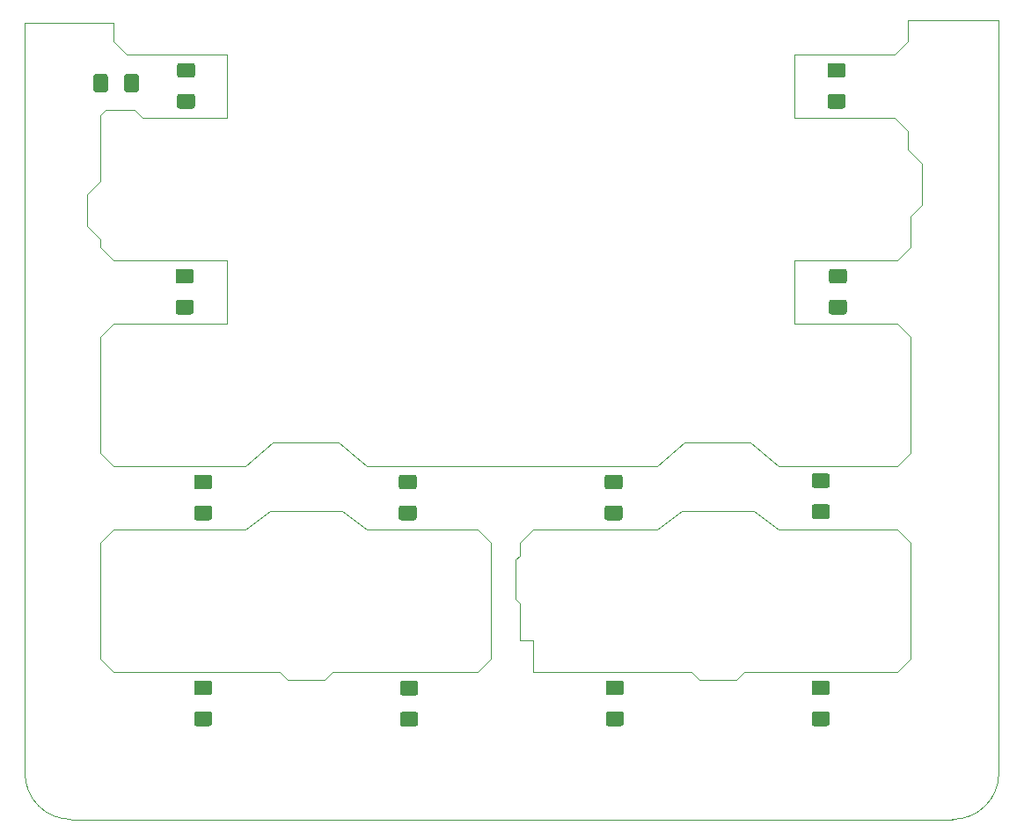
<source format=gbr>
G04 #@! TF.GenerationSoftware,KiCad,Pcbnew,(5.1.6)-1*
G04 #@! TF.CreationDate,2020-07-03T23:32:41-07:00*
G04 #@! TF.ProjectId,daughter,64617567-6874-4657-922e-6b696361645f,rev?*
G04 #@! TF.SameCoordinates,Original*
G04 #@! TF.FileFunction,Paste,Bot*
G04 #@! TF.FilePolarity,Positive*
%FSLAX46Y46*%
G04 Gerber Fmt 4.6, Leading zero omitted, Abs format (unit mm)*
G04 Created by KiCad (PCBNEW (5.1.6)-1) date 2020-07-03 23:32:41*
%MOMM*%
%LPD*%
G01*
G04 APERTURE LIST*
G04 #@! TA.AperFunction,Profile*
%ADD10C,0.050000*%
G04 #@! TD*
G04 #@! TA.AperFunction,Profile*
%ADD11C,0.120000*%
G04 #@! TD*
G04 APERTURE END LIST*
D10*
X167005000Y-81851500D02*
X173355000Y-81851500D01*
X176022000Y-84074000D02*
X173355000Y-81851500D01*
X164338000Y-84074000D02*
X167005000Y-81851500D01*
X173672500Y-88455500D02*
X166687500Y-88455500D01*
X176022000Y-90170000D02*
X173672500Y-88455500D01*
X164338000Y-90170000D02*
X166687500Y-88455500D01*
X127381000Y-81851500D02*
X133731000Y-81851500D01*
X134048500Y-88455500D02*
X127063500Y-88455500D01*
X136398000Y-90170000D02*
X134048500Y-88455500D01*
X136398000Y-84074000D02*
X133731000Y-81851500D01*
X124714000Y-84074000D02*
X127381000Y-81851500D01*
X124714000Y-90170000D02*
X127063500Y-88455500D01*
X107950000Y-118110000D02*
X192786000Y-118110000D01*
X197231000Y-41148000D02*
X196596000Y-41148000D01*
X197231000Y-113665000D02*
X197231000Y-41148000D01*
X103505000Y-41402000D02*
X104140000Y-41402000D01*
X103505000Y-113665000D02*
X103505000Y-41402000D01*
D11*
X107950000Y-118110000D02*
G75*
G02*
X103505000Y-113665000I0J4445000D01*
G01*
X197231000Y-113665000D02*
G75*
G02*
X192786000Y-118110000I-4445000J0D01*
G01*
D10*
X188468000Y-41148000D02*
X196596000Y-41148000D01*
X188468000Y-43180000D02*
X188468000Y-41148000D01*
X187198000Y-44450000D02*
X188468000Y-43180000D01*
X177546000Y-44450000D02*
X187198000Y-44450000D01*
X177546000Y-50546000D02*
X177546000Y-44450000D01*
X187198000Y-50546000D02*
X177546000Y-50546000D01*
X188468000Y-51816000D02*
X187198000Y-50546000D01*
X188468000Y-53594000D02*
X188468000Y-51816000D01*
X189865000Y-54991000D02*
X188468000Y-53594000D01*
X189865000Y-58928000D02*
X189865000Y-54991000D01*
X188722000Y-60071000D02*
X189865000Y-58928000D01*
X188722000Y-62992000D02*
X188722000Y-60071000D01*
X187452000Y-64262000D02*
X188722000Y-62992000D01*
X177546000Y-64262000D02*
X187452000Y-64262000D01*
X177546000Y-70358000D02*
X177546000Y-64262000D01*
X187452000Y-70358000D02*
X177546000Y-70358000D01*
X188722000Y-71628000D02*
X187452000Y-70358000D01*
X188722000Y-82804000D02*
X188722000Y-71628000D01*
X187452000Y-84074000D02*
X188722000Y-82804000D01*
X176022000Y-84074000D02*
X187452000Y-84074000D01*
X187452000Y-90170000D02*
X176022000Y-90170000D01*
X188722000Y-91440000D02*
X187452000Y-90170000D01*
X188722000Y-102616000D02*
X188722000Y-91440000D01*
X187452000Y-103886000D02*
X188722000Y-102616000D01*
X172720000Y-103886000D02*
X187452000Y-103886000D01*
X171958000Y-104648000D02*
X172720000Y-103886000D01*
X168402000Y-104648000D02*
X171958000Y-104648000D01*
X167640000Y-103886000D02*
X168402000Y-104648000D01*
X152400000Y-103886000D02*
X167640000Y-103886000D01*
X152400000Y-100838000D02*
X152400000Y-103886000D01*
X151130000Y-100838000D02*
X152400000Y-100838000D01*
X151130000Y-97282000D02*
X151130000Y-100838000D01*
X150749000Y-96901000D02*
X151130000Y-97282000D01*
X150749000Y-93091000D02*
X150749000Y-96901000D01*
X151130000Y-92710000D02*
X150749000Y-93091000D01*
X151130000Y-91440000D02*
X151130000Y-92710000D01*
X152400000Y-90170000D02*
X151130000Y-91440000D01*
X164338000Y-90170000D02*
X152400000Y-90170000D01*
X136398000Y-84074000D02*
X164338000Y-84074000D01*
X147066000Y-90170000D02*
X136398000Y-90170000D01*
X148336000Y-91440000D02*
X147066000Y-90170000D01*
X148336000Y-102616000D02*
X148336000Y-91440000D01*
X147066000Y-103886000D02*
X148336000Y-102616000D01*
X133096000Y-103886000D02*
X147066000Y-103886000D01*
X132334000Y-104648000D02*
X133096000Y-103886000D01*
X128778000Y-104648000D02*
X132334000Y-104648000D01*
X128016000Y-103886000D02*
X128778000Y-104648000D01*
X112014000Y-103886000D02*
X128016000Y-103886000D01*
X110744000Y-102616000D02*
X112014000Y-103886000D01*
X110744000Y-91440000D02*
X110744000Y-102616000D01*
X112014000Y-90170000D02*
X110744000Y-91440000D01*
X124714000Y-90170000D02*
X112014000Y-90170000D01*
X112014000Y-84074000D02*
X124714000Y-84074000D01*
X110744000Y-82804000D02*
X112014000Y-84074000D01*
X110744000Y-71628000D02*
X110744000Y-82804000D01*
X112014000Y-70358000D02*
X110744000Y-71628000D01*
X122936000Y-70358000D02*
X112014000Y-70358000D01*
X122936000Y-64262000D02*
X122936000Y-70358000D01*
X112014000Y-64262000D02*
X122936000Y-64262000D01*
X110744000Y-62992000D02*
X112014000Y-64262000D01*
X110744000Y-62230000D02*
X110744000Y-62992000D01*
X109474000Y-60960000D02*
X110744000Y-62230000D01*
X109474000Y-57912000D02*
X109474000Y-60960000D01*
X110744000Y-56642000D02*
X109474000Y-57912000D01*
X110744000Y-50292000D02*
X110744000Y-56642000D01*
X111252000Y-49784000D02*
X110744000Y-50292000D01*
X114046000Y-49784000D02*
X111252000Y-49784000D01*
X114808000Y-50546000D02*
X114046000Y-49784000D01*
X122936000Y-50546000D02*
X114808000Y-50546000D01*
X122936000Y-44450000D02*
X122936000Y-50546000D01*
X113284000Y-44450000D02*
X122936000Y-44450000D01*
X112014000Y-43180000D02*
X113284000Y-44450000D01*
X112014000Y-41402000D02*
X112014000Y-43180000D01*
X104140000Y-41402000D02*
X112014000Y-41402000D01*
G36*
G01*
X114468000Y-46619000D02*
X114468000Y-47869000D01*
G75*
G02*
X114218000Y-48119000I-250000J0D01*
G01*
X113293000Y-48119000D01*
G75*
G02*
X113043000Y-47869000I0J250000D01*
G01*
X113043000Y-46619000D01*
G75*
G02*
X113293000Y-46369000I250000J0D01*
G01*
X114218000Y-46369000D01*
G75*
G02*
X114468000Y-46619000I0J-250000D01*
G01*
G37*
G36*
G01*
X111493000Y-46619000D02*
X111493000Y-47869000D01*
G75*
G02*
X111243000Y-48119000I-250000J0D01*
G01*
X110318000Y-48119000D01*
G75*
G02*
X110068000Y-47869000I0J250000D01*
G01*
X110068000Y-46619000D01*
G75*
G02*
X110318000Y-46369000I250000J0D01*
G01*
X111243000Y-46369000D01*
G75*
G02*
X111493000Y-46619000I0J-250000D01*
G01*
G37*
G36*
G01*
X120025000Y-107709000D02*
X121275000Y-107709000D01*
G75*
G02*
X121525000Y-107959000I0J-250000D01*
G01*
X121525000Y-108884000D01*
G75*
G02*
X121275000Y-109134000I-250000J0D01*
G01*
X120025000Y-109134000D01*
G75*
G02*
X119775000Y-108884000I0J250000D01*
G01*
X119775000Y-107959000D01*
G75*
G02*
X120025000Y-107709000I250000J0D01*
G01*
G37*
G36*
G01*
X120025000Y-104734000D02*
X121275000Y-104734000D01*
G75*
G02*
X121525000Y-104984000I0J-250000D01*
G01*
X121525000Y-105909000D01*
G75*
G02*
X121275000Y-106159000I-250000J0D01*
G01*
X120025000Y-106159000D01*
G75*
G02*
X119775000Y-105909000I0J250000D01*
G01*
X119775000Y-104984000D01*
G75*
G02*
X120025000Y-104734000I250000J0D01*
G01*
G37*
G36*
G01*
X120025000Y-87897000D02*
X121275000Y-87897000D01*
G75*
G02*
X121525000Y-88147000I0J-250000D01*
G01*
X121525000Y-89072000D01*
G75*
G02*
X121275000Y-89322000I-250000J0D01*
G01*
X120025000Y-89322000D01*
G75*
G02*
X119775000Y-89072000I0J250000D01*
G01*
X119775000Y-88147000D01*
G75*
G02*
X120025000Y-87897000I250000J0D01*
G01*
G37*
G36*
G01*
X120025000Y-84922000D02*
X121275000Y-84922000D01*
G75*
G02*
X121525000Y-85172000I0J-250000D01*
G01*
X121525000Y-86097000D01*
G75*
G02*
X121275000Y-86347000I-250000J0D01*
G01*
X120025000Y-86347000D01*
G75*
G02*
X119775000Y-86097000I0J250000D01*
G01*
X119775000Y-85172000D01*
G75*
G02*
X120025000Y-84922000I250000J0D01*
G01*
G37*
G36*
G01*
X118247000Y-65110000D02*
X119497000Y-65110000D01*
G75*
G02*
X119747000Y-65360000I0J-250000D01*
G01*
X119747000Y-66285000D01*
G75*
G02*
X119497000Y-66535000I-250000J0D01*
G01*
X118247000Y-66535000D01*
G75*
G02*
X117997000Y-66285000I0J250000D01*
G01*
X117997000Y-65360000D01*
G75*
G02*
X118247000Y-65110000I250000J0D01*
G01*
G37*
G36*
G01*
X118247000Y-68085000D02*
X119497000Y-68085000D01*
G75*
G02*
X119747000Y-68335000I0J-250000D01*
G01*
X119747000Y-69260000D01*
G75*
G02*
X119497000Y-69510000I-250000J0D01*
G01*
X118247000Y-69510000D01*
G75*
G02*
X117997000Y-69260000I0J250000D01*
G01*
X117997000Y-68335000D01*
G75*
G02*
X118247000Y-68085000I250000J0D01*
G01*
G37*
G36*
G01*
X118374000Y-48273000D02*
X119624000Y-48273000D01*
G75*
G02*
X119874000Y-48523000I0J-250000D01*
G01*
X119874000Y-49448000D01*
G75*
G02*
X119624000Y-49698000I-250000J0D01*
G01*
X118374000Y-49698000D01*
G75*
G02*
X118124000Y-49448000I0J250000D01*
G01*
X118124000Y-48523000D01*
G75*
G02*
X118374000Y-48273000I250000J0D01*
G01*
G37*
G36*
G01*
X118374000Y-45298000D02*
X119624000Y-45298000D01*
G75*
G02*
X119874000Y-45548000I0J-250000D01*
G01*
X119874000Y-46473000D01*
G75*
G02*
X119624000Y-46723000I-250000J0D01*
G01*
X118374000Y-46723000D01*
G75*
G02*
X118124000Y-46473000I0J250000D01*
G01*
X118124000Y-45548000D01*
G75*
G02*
X118374000Y-45298000I250000J0D01*
G01*
G37*
G36*
G01*
X159522000Y-87897000D02*
X160772000Y-87897000D01*
G75*
G02*
X161022000Y-88147000I0J-250000D01*
G01*
X161022000Y-89072000D01*
G75*
G02*
X160772000Y-89322000I-250000J0D01*
G01*
X159522000Y-89322000D01*
G75*
G02*
X159272000Y-89072000I0J250000D01*
G01*
X159272000Y-88147000D01*
G75*
G02*
X159522000Y-87897000I250000J0D01*
G01*
G37*
G36*
G01*
X159522000Y-84922000D02*
X160772000Y-84922000D01*
G75*
G02*
X161022000Y-85172000I0J-250000D01*
G01*
X161022000Y-86097000D01*
G75*
G02*
X160772000Y-86347000I-250000J0D01*
G01*
X159522000Y-86347000D01*
G75*
G02*
X159272000Y-86097000I0J250000D01*
G01*
X159272000Y-85172000D01*
G75*
G02*
X159522000Y-84922000I250000J0D01*
G01*
G37*
G36*
G01*
X140960000Y-89322000D02*
X139710000Y-89322000D01*
G75*
G02*
X139460000Y-89072000I0J250000D01*
G01*
X139460000Y-88147000D01*
G75*
G02*
X139710000Y-87897000I250000J0D01*
G01*
X140960000Y-87897000D01*
G75*
G02*
X141210000Y-88147000I0J-250000D01*
G01*
X141210000Y-89072000D01*
G75*
G02*
X140960000Y-89322000I-250000J0D01*
G01*
G37*
G36*
G01*
X140960000Y-86347000D02*
X139710000Y-86347000D01*
G75*
G02*
X139460000Y-86097000I0J250000D01*
G01*
X139460000Y-85172000D01*
G75*
G02*
X139710000Y-84922000I250000J0D01*
G01*
X140960000Y-84922000D01*
G75*
G02*
X141210000Y-85172000I0J-250000D01*
G01*
X141210000Y-86097000D01*
G75*
G02*
X140960000Y-86347000I-250000J0D01*
G01*
G37*
G36*
G01*
X159649000Y-107709000D02*
X160899000Y-107709000D01*
G75*
G02*
X161149000Y-107959000I0J-250000D01*
G01*
X161149000Y-108884000D01*
G75*
G02*
X160899000Y-109134000I-250000J0D01*
G01*
X159649000Y-109134000D01*
G75*
G02*
X159399000Y-108884000I0J250000D01*
G01*
X159399000Y-107959000D01*
G75*
G02*
X159649000Y-107709000I250000J0D01*
G01*
G37*
G36*
G01*
X159649000Y-104734000D02*
X160899000Y-104734000D01*
G75*
G02*
X161149000Y-104984000I0J-250000D01*
G01*
X161149000Y-105909000D01*
G75*
G02*
X160899000Y-106159000I-250000J0D01*
G01*
X159649000Y-106159000D01*
G75*
G02*
X159399000Y-105909000I0J250000D01*
G01*
X159399000Y-104984000D01*
G75*
G02*
X159649000Y-104734000I250000J0D01*
G01*
G37*
G36*
G01*
X141087000Y-106195500D02*
X139837000Y-106195500D01*
G75*
G02*
X139587000Y-105945500I0J250000D01*
G01*
X139587000Y-105020500D01*
G75*
G02*
X139837000Y-104770500I250000J0D01*
G01*
X141087000Y-104770500D01*
G75*
G02*
X141337000Y-105020500I0J-250000D01*
G01*
X141337000Y-105945500D01*
G75*
G02*
X141087000Y-106195500I-250000J0D01*
G01*
G37*
G36*
G01*
X141087000Y-109170500D02*
X139837000Y-109170500D01*
G75*
G02*
X139587000Y-108920500I0J250000D01*
G01*
X139587000Y-107995500D01*
G75*
G02*
X139837000Y-107745500I250000J0D01*
G01*
X141087000Y-107745500D01*
G75*
G02*
X141337000Y-107995500I0J-250000D01*
G01*
X141337000Y-108920500D01*
G75*
G02*
X141087000Y-109170500I-250000J0D01*
G01*
G37*
G36*
G01*
X182235000Y-49698000D02*
X180985000Y-49698000D01*
G75*
G02*
X180735000Y-49448000I0J250000D01*
G01*
X180735000Y-48523000D01*
G75*
G02*
X180985000Y-48273000I250000J0D01*
G01*
X182235000Y-48273000D01*
G75*
G02*
X182485000Y-48523000I0J-250000D01*
G01*
X182485000Y-49448000D01*
G75*
G02*
X182235000Y-49698000I-250000J0D01*
G01*
G37*
G36*
G01*
X182235000Y-46723000D02*
X180985000Y-46723000D01*
G75*
G02*
X180735000Y-46473000I0J250000D01*
G01*
X180735000Y-45548000D01*
G75*
G02*
X180985000Y-45298000I250000J0D01*
G01*
X182235000Y-45298000D01*
G75*
G02*
X182485000Y-45548000I0J-250000D01*
G01*
X182485000Y-46473000D01*
G75*
G02*
X182235000Y-46723000I-250000J0D01*
G01*
G37*
G36*
G01*
X182362000Y-69510000D02*
X181112000Y-69510000D01*
G75*
G02*
X180862000Y-69260000I0J250000D01*
G01*
X180862000Y-68335000D01*
G75*
G02*
X181112000Y-68085000I250000J0D01*
G01*
X182362000Y-68085000D01*
G75*
G02*
X182612000Y-68335000I0J-250000D01*
G01*
X182612000Y-69260000D01*
G75*
G02*
X182362000Y-69510000I-250000J0D01*
G01*
G37*
G36*
G01*
X182362000Y-66535000D02*
X181112000Y-66535000D01*
G75*
G02*
X180862000Y-66285000I0J250000D01*
G01*
X180862000Y-65360000D01*
G75*
G02*
X181112000Y-65110000I250000J0D01*
G01*
X182362000Y-65110000D01*
G75*
G02*
X182612000Y-65360000I0J-250000D01*
G01*
X182612000Y-66285000D01*
G75*
G02*
X182362000Y-66535000I-250000J0D01*
G01*
G37*
G36*
G01*
X180711000Y-86220000D02*
X179461000Y-86220000D01*
G75*
G02*
X179211000Y-85970000I0J250000D01*
G01*
X179211000Y-85045000D01*
G75*
G02*
X179461000Y-84795000I250000J0D01*
G01*
X180711000Y-84795000D01*
G75*
G02*
X180961000Y-85045000I0J-250000D01*
G01*
X180961000Y-85970000D01*
G75*
G02*
X180711000Y-86220000I-250000J0D01*
G01*
G37*
G36*
G01*
X180711000Y-89195000D02*
X179461000Y-89195000D01*
G75*
G02*
X179211000Y-88945000I0J250000D01*
G01*
X179211000Y-88020000D01*
G75*
G02*
X179461000Y-87770000I250000J0D01*
G01*
X180711000Y-87770000D01*
G75*
G02*
X180961000Y-88020000I0J-250000D01*
G01*
X180961000Y-88945000D01*
G75*
G02*
X180711000Y-89195000I-250000J0D01*
G01*
G37*
G36*
G01*
X180711000Y-106159000D02*
X179461000Y-106159000D01*
G75*
G02*
X179211000Y-105909000I0J250000D01*
G01*
X179211000Y-104984000D01*
G75*
G02*
X179461000Y-104734000I250000J0D01*
G01*
X180711000Y-104734000D01*
G75*
G02*
X180961000Y-104984000I0J-250000D01*
G01*
X180961000Y-105909000D01*
G75*
G02*
X180711000Y-106159000I-250000J0D01*
G01*
G37*
G36*
G01*
X180711000Y-109134000D02*
X179461000Y-109134000D01*
G75*
G02*
X179211000Y-108884000I0J250000D01*
G01*
X179211000Y-107959000D01*
G75*
G02*
X179461000Y-107709000I250000J0D01*
G01*
X180711000Y-107709000D01*
G75*
G02*
X180961000Y-107959000I0J-250000D01*
G01*
X180961000Y-108884000D01*
G75*
G02*
X180711000Y-109134000I-250000J0D01*
G01*
G37*
M02*

</source>
